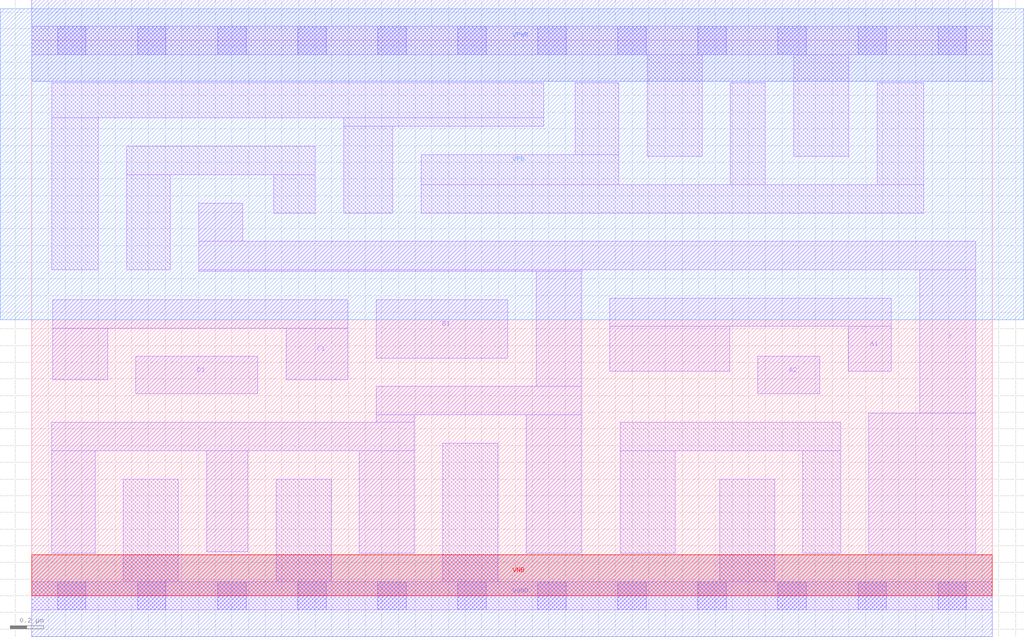
<source format=lef>
# Copyright 2020 The SkyWater PDK Authors
#
# Licensed under the Apache License, Version 2.0 (the "License");
# you may not use this file except in compliance with the License.
# You may obtain a copy of the License at
#
#     https://www.apache.org/licenses/LICENSE-2.0
#
# Unless required by applicable law or agreed to in writing, software
# distributed under the License is distributed on an "AS IS" BASIS,
# WITHOUT WARRANTIES OR CONDITIONS OF ANY KIND, either express or implied.
# See the License for the specific language governing permissions and
# limitations under the License.
#
# SPDX-License-Identifier: Apache-2.0

VERSION 5.7 ;
  NOWIREEXTENSIONATPIN ON ;
  DIVIDERCHAR "/" ;
  BUSBITCHARS "[]" ;
MACRO sky130_fd_sc_lp__a2111oi_2
  CLASS CORE ;
  FOREIGN sky130_fd_sc_lp__a2111oi_2 ;
  ORIGIN  0.000000  0.000000 ;
  SIZE  5.760000 BY  3.330000 ;
  SYMMETRY X Y R90 ;
  SITE unit ;
  PIN A1
    ANTENNAGATEAREA  0.630000 ;
    DIRECTION INPUT ;
    USE SIGNAL ;
    PORT
      LAYER li1 ;
        RECT 3.465000 1.345000 4.185000 1.615000 ;
        RECT 3.465000 1.615000 5.155000 1.785000 ;
        RECT 4.895000 1.345000 5.155000 1.615000 ;
    END
  END A1
  PIN A2
    ANTENNAGATEAREA  0.630000 ;
    DIRECTION INPUT ;
    USE SIGNAL ;
    PORT
      LAYER li1 ;
        RECT 4.355000 1.210000 4.725000 1.435000 ;
    END
  END A2
  PIN B1
    ANTENNAGATEAREA  0.630000 ;
    DIRECTION INPUT ;
    USE SIGNAL ;
    PORT
      LAYER li1 ;
        RECT 2.065000 1.425000 2.855000 1.775000 ;
    END
  END B1
  PIN C1
    ANTENNAGATEAREA  0.630000 ;
    DIRECTION INPUT ;
    USE SIGNAL ;
    PORT
      LAYER li1 ;
        RECT 0.125000 1.295000 0.455000 1.605000 ;
        RECT 0.125000 1.605000 1.895000 1.775000 ;
        RECT 1.525000 1.295000 1.895000 1.605000 ;
    END
  END C1
  PIN D1
    ANTENNAGATEAREA  0.630000 ;
    DIRECTION INPUT ;
    USE SIGNAL ;
    PORT
      LAYER li1 ;
        RECT 0.625000 1.210000 1.355000 1.435000 ;
    END
  END D1
  PIN Y
    ANTENNADIFFAREA  1.541400 ;
    DIRECTION OUTPUT ;
    USE SIGNAL ;
    PORT
      LAYER li1 ;
        RECT 0.120000 0.255000 0.380000 0.870000 ;
        RECT 0.120000 0.870000 2.295000 1.040000 ;
        RECT 1.000000 1.945000 3.295000 1.955000 ;
        RECT 1.000000 1.955000 5.660000 2.125000 ;
        RECT 1.000000 2.125000 1.265000 2.355000 ;
        RECT 1.050000 0.265000 1.295000 0.870000 ;
        RECT 1.965000 0.255000 2.295000 0.870000 ;
        RECT 2.065000 1.040000 2.295000 1.085000 ;
        RECT 2.065000 1.085000 3.295000 1.255000 ;
        RECT 2.965000 0.255000 3.295000 1.085000 ;
        RECT 3.025000 1.255000 3.295000 1.945000 ;
        RECT 5.020000 0.255000 5.660000 1.095000 ;
        RECT 5.325000 1.095000 5.660000 1.955000 ;
    END
  END Y
  PIN VGND
    DIRECTION INOUT ;
    USE GROUND ;
    PORT
      LAYER met1 ;
        RECT 0.000000 -0.245000 5.760000 0.245000 ;
    END
  END VGND
  PIN VNB
    DIRECTION INOUT ;
    USE GROUND ;
    PORT
      LAYER pwell ;
        RECT 0.000000 0.000000 5.760000 0.245000 ;
    END
  END VNB
  PIN VPB
    DIRECTION INOUT ;
    USE POWER ;
    PORT
      LAYER nwell ;
        RECT -0.190000 1.655000 5.950000 3.520000 ;
    END
  END VPB
  PIN VPWR
    DIRECTION INOUT ;
    USE POWER ;
    PORT
      LAYER met1 ;
        RECT 0.000000 3.085000 5.760000 3.575000 ;
    END
  END VPWR
  OBS
    LAYER li1 ;
      RECT 0.000000 -0.085000 5.760000 0.085000 ;
      RECT 0.000000  3.245000 5.760000 3.415000 ;
      RECT 0.120000  1.955000 0.400000 2.865000 ;
      RECT 0.120000  2.865000 3.070000 3.075000 ;
      RECT 0.550000  0.085000 0.880000 0.700000 ;
      RECT 0.570000  1.955000 0.830000 2.525000 ;
      RECT 0.570000  2.525000 1.700000 2.695000 ;
      RECT 1.450000  2.295000 1.700000 2.525000 ;
      RECT 1.465000  0.085000 1.795000 0.700000 ;
      RECT 1.870000  2.295000 2.165000 2.815000 ;
      RECT 1.870000  2.815000 3.070000 2.865000 ;
      RECT 2.335000  2.295000 5.350000 2.465000 ;
      RECT 2.335000  2.465000 3.520000 2.645000 ;
      RECT 2.465000  0.085000 2.795000 0.915000 ;
      RECT 3.260000  2.645000 3.520000 3.075000 ;
      RECT 3.530000  0.255000 3.860000 0.870000 ;
      RECT 3.530000  0.870000 4.850000 1.040000 ;
      RECT 3.690000  2.635000 4.020000 3.245000 ;
      RECT 4.125000  0.085000 4.455000 0.700000 ;
      RECT 4.190000  2.465000 4.400000 3.075000 ;
      RECT 4.570000  2.635000 4.900000 3.245000 ;
      RECT 4.625000  0.255000 4.850000 0.870000 ;
      RECT 5.070000  2.465000 5.350000 3.075000 ;
    LAYER mcon ;
      RECT 0.155000 -0.085000 0.325000 0.085000 ;
      RECT 0.155000  3.245000 0.325000 3.415000 ;
      RECT 0.635000 -0.085000 0.805000 0.085000 ;
      RECT 0.635000  3.245000 0.805000 3.415000 ;
      RECT 1.115000 -0.085000 1.285000 0.085000 ;
      RECT 1.115000  3.245000 1.285000 3.415000 ;
      RECT 1.595000 -0.085000 1.765000 0.085000 ;
      RECT 1.595000  3.245000 1.765000 3.415000 ;
      RECT 2.075000 -0.085000 2.245000 0.085000 ;
      RECT 2.075000  3.245000 2.245000 3.415000 ;
      RECT 2.555000 -0.085000 2.725000 0.085000 ;
      RECT 2.555000  3.245000 2.725000 3.415000 ;
      RECT 3.035000 -0.085000 3.205000 0.085000 ;
      RECT 3.035000  3.245000 3.205000 3.415000 ;
      RECT 3.515000 -0.085000 3.685000 0.085000 ;
      RECT 3.515000  3.245000 3.685000 3.415000 ;
      RECT 3.995000 -0.085000 4.165000 0.085000 ;
      RECT 3.995000  3.245000 4.165000 3.415000 ;
      RECT 4.475000 -0.085000 4.645000 0.085000 ;
      RECT 4.475000  3.245000 4.645000 3.415000 ;
      RECT 4.955000 -0.085000 5.125000 0.085000 ;
      RECT 4.955000  3.245000 5.125000 3.415000 ;
      RECT 5.435000 -0.085000 5.605000 0.085000 ;
      RECT 5.435000  3.245000 5.605000 3.415000 ;
  END
END sky130_fd_sc_lp__a2111oi_2
END LIBRARY

</source>
